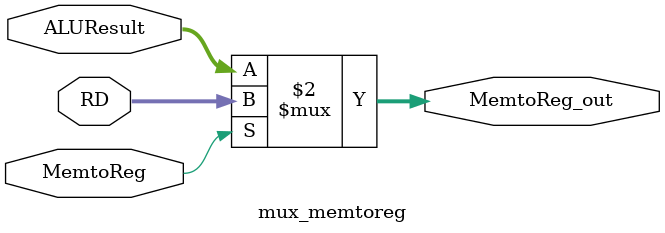
<source format=sv>
module mux_memtoreg(
    input  logic        MemtoReg,     // 0: ALUResult, 1: RD
    input  logic [31:0] ALUResult,
    input  logic [31:0] RD,           // from data memory
    output logic [31:0] MemtoReg_out
);
    always_comb begin
        MemtoReg_out = MemtoReg ? RD : ALUResult;
    end
endmodule

</source>
